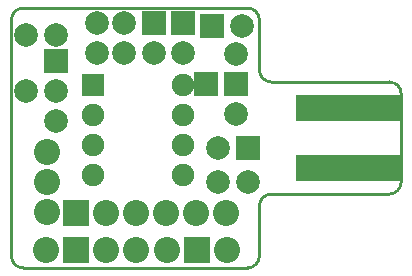
<source format=gts>
%FSLAX34Y34*%
G04 Gerber Fmt 3.4, Leading zero omitted, Abs format*
G04 (created by PCBNEW (2014-05-21 BZR 4875)-product) date Monday 14 July 2014 12:06:10 PM IST*
%MOIN*%
G01*
G70*
G90*
G04 APERTURE LIST*
%ADD10C,0.005906*%
%ADD11C,0.010000*%
%ADD12R,0.350000X0.090000*%
%ADD13C,0.079055*%
%ADD14R,0.079055X0.079055*%
%ADD15C,0.086929*%
%ADD16R,0.086929X0.086929*%
%ADD17R,0.075118X0.075118*%
%ADD18C,0.075118*%
G04 APERTURE END LIST*
G54D10*
G54D11*
X18405Y-16437D02*
X10925Y-16437D01*
X23523Y-10629D02*
X23523Y-13582D01*
X23129Y-10236D02*
X19192Y-10236D01*
X23129Y-13976D02*
X19192Y-13976D01*
X23129Y-13976D02*
G75*
G03X23523Y-13582I0J393D01*
G74*
G01*
X23523Y-10629D02*
G75*
G03X23129Y-10236I-393J0D01*
G74*
G01*
X10925Y-7775D02*
X18405Y-7775D01*
X10531Y-16043D02*
X10531Y-8169D01*
X10531Y-16043D02*
G75*
G03X10925Y-16437I393J0D01*
G74*
G01*
X10925Y-7775D02*
G75*
G03X10531Y-8169I0J-393D01*
G74*
G01*
X18799Y-9842D02*
X18799Y-8169D01*
X18799Y-16043D02*
X18799Y-14370D01*
X18799Y-8169D02*
G75*
G03X18405Y-7775I-393J0D01*
G74*
G01*
X18799Y-9842D02*
G75*
G03X19192Y-10236I393J0D01*
G74*
G01*
X18405Y-16437D02*
G75*
G03X18799Y-16043I0J393D01*
G74*
G01*
X19192Y-13976D02*
G75*
G03X18799Y-14370I0J-393D01*
G74*
G01*
G54D12*
X21758Y-13106D03*
X21758Y-11106D03*
G54D13*
X15275Y-9271D03*
G54D14*
X15275Y-8287D03*
G54D13*
X16259Y-9271D03*
G54D14*
X16259Y-8287D03*
G54D13*
X17421Y-12440D03*
G54D14*
X18405Y-12440D03*
G54D13*
X18208Y-8385D03*
G54D14*
X17224Y-8385D03*
G54D15*
X11712Y-14582D03*
X11712Y-13582D03*
X11712Y-12582D03*
X17696Y-14606D03*
X16696Y-14606D03*
X15696Y-14606D03*
X14696Y-14606D03*
X13696Y-14606D03*
G54D16*
X12696Y-14606D03*
G54D15*
X14681Y-15846D03*
X13681Y-15846D03*
G54D16*
X12681Y-15846D03*
G54D15*
X15732Y-15846D03*
G54D16*
X16732Y-15846D03*
G54D15*
X17732Y-15846D03*
X11675Y-15850D03*
G54D13*
X13385Y-9271D03*
X13385Y-8287D03*
X11023Y-8661D03*
X12007Y-8661D03*
G54D14*
X17031Y-10314D03*
G54D13*
X18031Y-11314D03*
X18031Y-9314D03*
G54D14*
X18031Y-10314D03*
G54D13*
X11007Y-10531D03*
X12007Y-11531D03*
G54D14*
X12007Y-9531D03*
G54D13*
X12007Y-10531D03*
X18405Y-13582D03*
X17421Y-13582D03*
X14291Y-8287D03*
X14291Y-9271D03*
G54D17*
X13263Y-10350D03*
G54D18*
X13263Y-11350D03*
X13263Y-12350D03*
X13263Y-13350D03*
X16263Y-13350D03*
X16263Y-12350D03*
X16263Y-11350D03*
X16263Y-10350D03*
M02*

</source>
